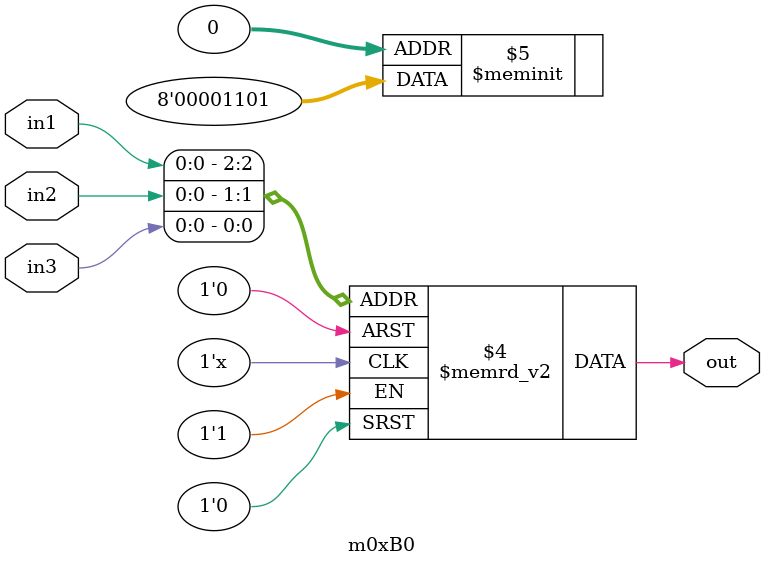
<source format=v>
module m0xB0(output out, input in1, in2, in3);

   always @(in1, in2, in3)
     begin
        case({in1, in2, in3})
          3'b000: {out} = 1'b1;
          3'b001: {out} = 1'b0;
          3'b010: {out} = 1'b1;
          3'b011: {out} = 1'b1;
          3'b100: {out} = 1'b0;
          3'b101: {out} = 1'b0;
          3'b110: {out} = 1'b0;
          3'b111: {out} = 1'b0;
        endcase // case ({in1, in2, in3})
     end // always @ (in1, in2, in3)

endmodule // m0xB0
</source>
